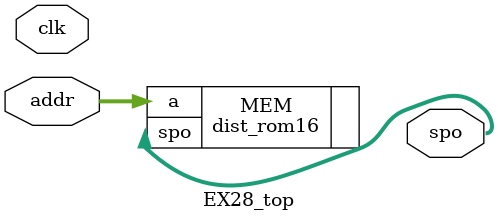
<source format=v>
`timescale 1ns / 1ps


module EX28_top(
    input clk,
    input [3:0] addr,
    output [7:0] spo
    );
    dist_rom16 MEM(.a(addr), .spo(spo));
endmodule

</source>
